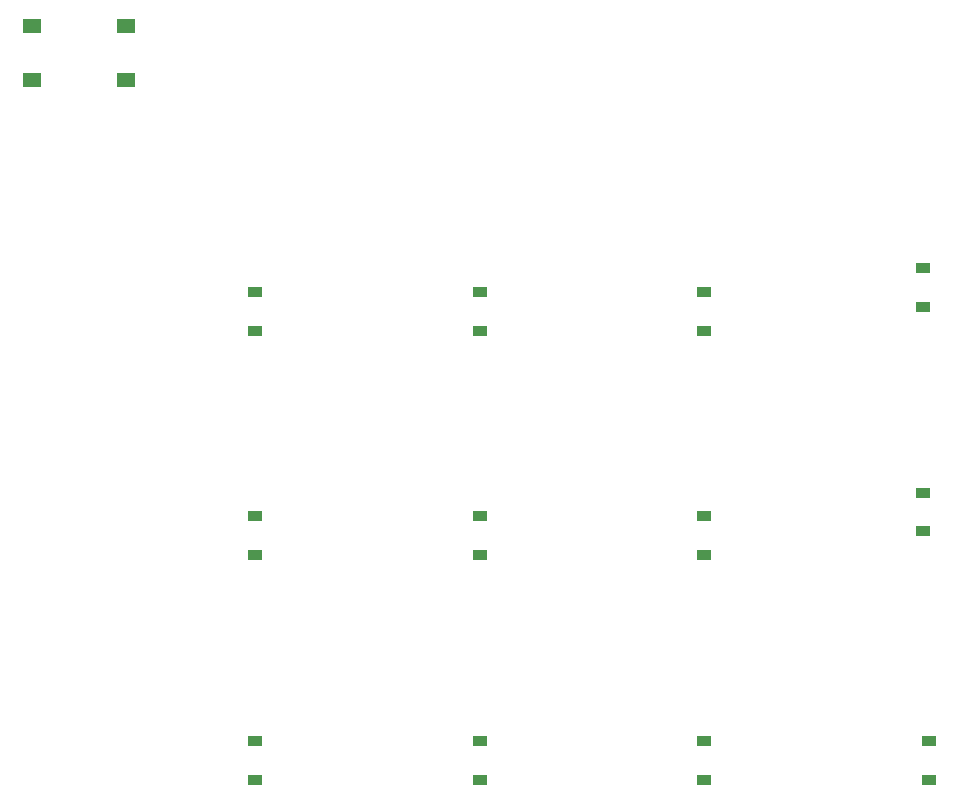
<source format=gbr>
%TF.GenerationSoftware,KiCad,Pcbnew,8.0.4*%
%TF.CreationDate,2024-09-01T19:46:58+02:00*%
%TF.ProjectId,bombopad,626f6d62-6f70-4616-942e-6b696361645f,v1.0.0*%
%TF.SameCoordinates,Original*%
%TF.FileFunction,Paste,Top*%
%TF.FilePolarity,Positive*%
%FSLAX46Y46*%
G04 Gerber Fmt 4.6, Leading zero omitted, Abs format (unit mm)*
G04 Created by KiCad (PCBNEW 8.0.4) date 2024-09-01 19:46:58*
%MOMM*%
%LPD*%
G01*
G04 APERTURE LIST*
%ADD10R,1.550000X1.300000*%
%ADD11R,1.200000X0.900000*%
G04 APERTURE END LIST*
D10*
%TO.C,S13*%
X29669000Y-34326000D03*
X21719000Y-34326000D03*
X29669000Y-29826000D03*
X21719000Y-29826000D03*
%TD*%
D11*
%TO.C,D5*%
X59628000Y-74592000D03*
X59628000Y-71292000D03*
%TD*%
%TO.C,D4*%
X59628000Y-93592000D03*
X59628000Y-90292000D03*
%TD*%
%TO.C,D8*%
X78628000Y-74592000D03*
X78628000Y-71292000D03*
%TD*%
%TO.C,D10*%
X97628000Y-93592000D03*
X97628000Y-90292000D03*
%TD*%
%TO.C,D6*%
X59628000Y-55592000D03*
X59628000Y-52292000D03*
%TD*%
%TO.C,D7*%
X78628000Y-93592000D03*
X78628000Y-90292000D03*
%TD*%
%TO.C,D9*%
X78628000Y-55592000D03*
X78628000Y-52292000D03*
%TD*%
%TO.C,D1*%
X40628000Y-93592000D03*
X40628000Y-90292000D03*
%TD*%
%TO.C,D11*%
X97155000Y-72592000D03*
X97155000Y-69292000D03*
%TD*%
%TO.C,D3*%
X40628000Y-55592000D03*
X40628000Y-52292000D03*
%TD*%
%TO.C,D12*%
X97155000Y-53592000D03*
X97155000Y-50292000D03*
%TD*%
%TO.C,D2*%
X40628000Y-74592000D03*
X40628000Y-71292000D03*
%TD*%
M02*

</source>
